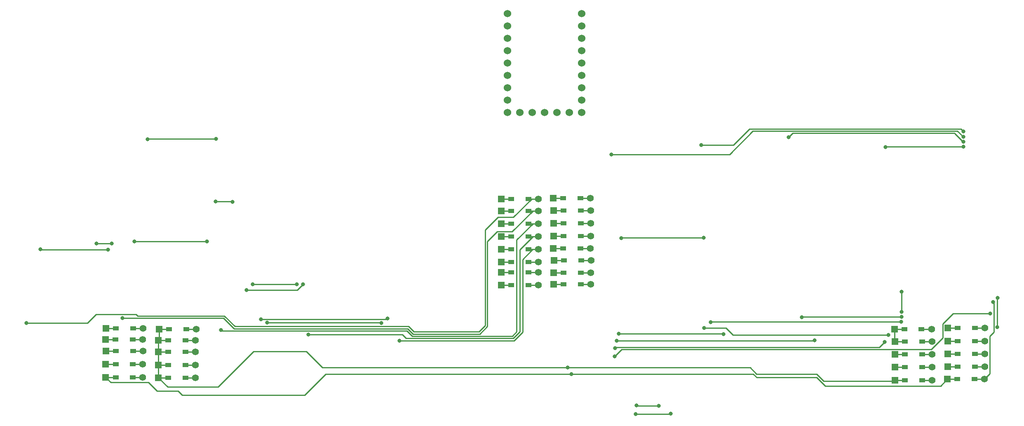
<source format=gtl>
G04 #@! TF.GenerationSoftware,KiCad,Pcbnew,7.0.1-0*
G04 #@! TF.CreationDate,2023-06-03T13:21:34+09:00*
G04 #@! TF.ProjectId,cool536lc,636f6f6c-3533-4366-9c63-2e6b69636164,rev?*
G04 #@! TF.SameCoordinates,Original*
G04 #@! TF.FileFunction,Copper,L1,Top*
G04 #@! TF.FilePolarity,Positive*
%FSLAX46Y46*%
G04 Gerber Fmt 4.6, Leading zero omitted, Abs format (unit mm)*
G04 Created by KiCad (PCBNEW 7.0.1-0) date 2023-06-03 13:21:34*
%MOMM*%
%LPD*%
G01*
G04 APERTURE LIST*
G04 #@! TA.AperFunction,ComponentPad*
%ADD10R,1.397000X1.397000*%
G04 #@! TD*
G04 #@! TA.AperFunction,SMDPad,CuDef*
%ADD11R,1.300000X0.950000*%
G04 #@! TD*
G04 #@! TA.AperFunction,ComponentPad*
%ADD12C,1.397000*%
G04 #@! TD*
G04 #@! TA.AperFunction,ComponentPad*
%ADD13C,1.524000*%
G04 #@! TD*
G04 #@! TA.AperFunction,ViaPad*
%ADD14C,0.800000*%
G04 #@! TD*
G04 #@! TA.AperFunction,Conductor*
%ADD15C,0.250000*%
G04 #@! TD*
G04 APERTURE END LIST*
D10*
X147140000Y-193590000D03*
D11*
X149175000Y-193590000D03*
X152725000Y-193590000D03*
D12*
X154760000Y-193590000D03*
D10*
X157851525Y-201206198D03*
D11*
X159886525Y-201206198D03*
X163436525Y-201206198D03*
D12*
X165471525Y-201206198D03*
D10*
X157851525Y-195906198D03*
D11*
X159886525Y-195906198D03*
X163436525Y-195906198D03*
D12*
X165471525Y-195906198D03*
D10*
X227836525Y-220296198D03*
D11*
X229871525Y-220296198D03*
X233421525Y-220296198D03*
D12*
X235456525Y-220296198D03*
D10*
X147140000Y-203940000D03*
D11*
X149175000Y-203940000D03*
X152725000Y-203940000D03*
D12*
X154760000Y-203940000D03*
D10*
X238736525Y-230576198D03*
D11*
X240771525Y-230576198D03*
X244321525Y-230576198D03*
D12*
X246356525Y-230576198D03*
D10*
X238796525Y-225406198D03*
D11*
X240831525Y-225406198D03*
X244381525Y-225406198D03*
D12*
X246416525Y-225406198D03*
D10*
X227936525Y-230796198D03*
D11*
X229971525Y-230796198D03*
X233521525Y-230796198D03*
D12*
X235556525Y-230796198D03*
D10*
X147140000Y-211273802D03*
D11*
X149175000Y-211273802D03*
X152725000Y-211273802D03*
D12*
X154760000Y-211273802D03*
D10*
X65896525Y-224836198D03*
D11*
X67931525Y-224836198D03*
X71481525Y-224836198D03*
D12*
X73516525Y-224836198D03*
D10*
X76696525Y-225016198D03*
D11*
X78731525Y-225016198D03*
X82281525Y-225016198D03*
D12*
X84316525Y-225016198D03*
X84306525Y-222576198D03*
D11*
X82271525Y-222576198D03*
X78721525Y-222576198D03*
D10*
X76686525Y-222576198D03*
X65836525Y-222456198D03*
D11*
X67871525Y-222456198D03*
X71421525Y-222456198D03*
D12*
X73456525Y-222456198D03*
D10*
X238796525Y-220106198D03*
D11*
X240831525Y-220106198D03*
X244381525Y-220106198D03*
D12*
X246416525Y-220106198D03*
D10*
X76696525Y-230316198D03*
D11*
X78731525Y-230316198D03*
X82281525Y-230316198D03*
D12*
X84316525Y-230316198D03*
D10*
X157736525Y-193436198D03*
D11*
X159771525Y-193436198D03*
X163321525Y-193436198D03*
D12*
X165356525Y-193436198D03*
D10*
X147140000Y-195990000D03*
D11*
X149175000Y-195990000D03*
X152725000Y-195990000D03*
D12*
X154760000Y-195990000D03*
D10*
X65866525Y-227566198D03*
D11*
X67901525Y-227566198D03*
X71451525Y-227566198D03*
D12*
X73486525Y-227566198D03*
D10*
X65866525Y-230216198D03*
D11*
X67901525Y-230216198D03*
X71451525Y-230216198D03*
D12*
X73486525Y-230216198D03*
D10*
X157905000Y-206150000D03*
D11*
X159940000Y-206150000D03*
X163490000Y-206150000D03*
D12*
X165525000Y-206150000D03*
D10*
X65876525Y-220176198D03*
D11*
X67911525Y-220176198D03*
X71461525Y-220176198D03*
D12*
X73496525Y-220176198D03*
D10*
X147140000Y-208620000D03*
D11*
X149175000Y-208620000D03*
X152725000Y-208620000D03*
D12*
X154760000Y-208620000D03*
D10*
X227936525Y-225496198D03*
D11*
X229971525Y-225496198D03*
X233521525Y-225496198D03*
D12*
X235556525Y-225496198D03*
D10*
X147140000Y-198640000D03*
D11*
X149175000Y-198640000D03*
X152725000Y-198640000D03*
D12*
X154760000Y-198640000D03*
D10*
X227936525Y-222846198D03*
D11*
X229971525Y-222846198D03*
X233521525Y-222846198D03*
D12*
X235556525Y-222846198D03*
D10*
X238796525Y-222756198D03*
D11*
X240831525Y-222756198D03*
X244381525Y-222756198D03*
D12*
X246416525Y-222756198D03*
D10*
X147140000Y-206550000D03*
D11*
X149175000Y-206550000D03*
X152725000Y-206550000D03*
D12*
X154760000Y-206550000D03*
D10*
X238796525Y-228056198D03*
D11*
X240831525Y-228056198D03*
X244381525Y-228056198D03*
D12*
X246416525Y-228056198D03*
D10*
X76696525Y-227666198D03*
D11*
X78731525Y-227666198D03*
X82281525Y-227666198D03*
D12*
X84316525Y-227666198D03*
D10*
X227936525Y-228146198D03*
D11*
X229971525Y-228146198D03*
X233521525Y-228146198D03*
D12*
X235556525Y-228146198D03*
D10*
X157885000Y-211100000D03*
D11*
X159920000Y-211100000D03*
X163470000Y-211100000D03*
D12*
X165505000Y-211100000D03*
D10*
X76826525Y-220326198D03*
D11*
X78861525Y-220326198D03*
X82411525Y-220326198D03*
D12*
X84446525Y-220326198D03*
D10*
X157776525Y-203746198D03*
D11*
X159811525Y-203746198D03*
X163361525Y-203746198D03*
D12*
X165396525Y-203746198D03*
D10*
X147140000Y-201290000D03*
D11*
X149175000Y-201290000D03*
X152725000Y-201290000D03*
D12*
X154760000Y-201290000D03*
D10*
X157888525Y-208736198D03*
D11*
X159923525Y-208736198D03*
X163473525Y-208736198D03*
D12*
X165508525Y-208736198D03*
D10*
X157851525Y-198556198D03*
D11*
X159886525Y-198556198D03*
X163436525Y-198556198D03*
D12*
X165471525Y-198556198D03*
D13*
X148346525Y-155516198D03*
X148346525Y-158056198D03*
X148346525Y-160596198D03*
X148346525Y-163136198D03*
X148346525Y-165676198D03*
X148346525Y-168216198D03*
X148346525Y-170756198D03*
X148346525Y-173296198D03*
X148346525Y-175836198D03*
X150886525Y-175836198D03*
X153426525Y-175836198D03*
X155966525Y-175836198D03*
X158506525Y-175836198D03*
X161046525Y-175836198D03*
X163586525Y-175836198D03*
X163586525Y-173296198D03*
X163586525Y-170756198D03*
X163586525Y-168216198D03*
X163586525Y-165676198D03*
X163586525Y-163136198D03*
X163586525Y-160596198D03*
X163586525Y-158056198D03*
X163586525Y-155516198D03*
D14*
X161530000Y-229590000D03*
X160740000Y-228240000D03*
X122470000Y-219050500D03*
X99050000Y-219000000D03*
X123710000Y-218100000D03*
X97750000Y-218270000D03*
X96020000Y-211130000D03*
X105110000Y-211070000D03*
X94790000Y-212290000D03*
X106340000Y-211140000D03*
X91910000Y-194140000D03*
X88410000Y-194080000D03*
X74450000Y-181270000D03*
X88490000Y-181190000D03*
X86670000Y-202320000D03*
X71790000Y-202320000D03*
X52480000Y-203900000D03*
X66294153Y-203970000D03*
X67060000Y-202720000D03*
X63940000Y-202720000D03*
X49560000Y-219030000D03*
X69320000Y-218020000D03*
X89530000Y-220520000D03*
X107520000Y-221400000D03*
X126160000Y-222660000D03*
X188750000Y-220050000D03*
X171750000Y-201650000D03*
X188670000Y-201560000D03*
X226610000Y-221530000D03*
X190090000Y-218920000D03*
X229270000Y-218840000D03*
X208820000Y-217840000D03*
X229311490Y-217809271D03*
X229290000Y-212660000D03*
X229290000Y-216810000D03*
X249050000Y-213870000D03*
X248980000Y-219910000D03*
X248150000Y-214700000D03*
X226050000Y-182930000D03*
X242030782Y-182808355D03*
X206120000Y-180870000D03*
X242003238Y-181809232D03*
X188150000Y-182450000D03*
X242010000Y-179690000D03*
X241980000Y-180810000D03*
X169730000Y-184410000D03*
X192750000Y-221310000D03*
X171224500Y-221300000D03*
X211470000Y-222610000D03*
X170790000Y-222690000D03*
X225830000Y-222950000D03*
X170440000Y-224230000D03*
X247530000Y-217080000D03*
X170420000Y-225880000D03*
X174860000Y-236010000D03*
X179440000Y-236110000D03*
X181910000Y-237670000D03*
X174700000Y-237740000D03*
D15*
X78731525Y-225016198D02*
X76696525Y-225016198D01*
X76696525Y-227666198D02*
X76696525Y-225016198D01*
X76686525Y-222576198D02*
X76686525Y-225006198D01*
X76686525Y-225006198D02*
X76696525Y-225016198D01*
X159940000Y-206150000D02*
X157905000Y-206150000D01*
X227836525Y-220296198D02*
X227836525Y-222746198D01*
X227836525Y-222746198D02*
X227936525Y-222846198D01*
X76826525Y-220326198D02*
X76826525Y-222436198D01*
X76826525Y-222436198D02*
X76686525Y-222576198D01*
X78721525Y-222576198D02*
X76686525Y-222576198D01*
X211893604Y-230230000D02*
X213643604Y-231980000D01*
X161530000Y-229590000D02*
X161593468Y-229526532D01*
X199573604Y-230230000D02*
X211893604Y-230230000D01*
X161593468Y-229526532D02*
X198870136Y-229526532D01*
X237332723Y-231980000D02*
X238736525Y-230576198D01*
X198870136Y-229526532D02*
X199573604Y-230230000D01*
X213643604Y-231980000D02*
X237332723Y-231980000D01*
X76430000Y-233020000D02*
X74650000Y-231240000D01*
X106721740Y-233908260D02*
X81610000Y-233908260D01*
X76430000Y-233020000D02*
X80721740Y-233020000D01*
X80721740Y-233020000D02*
X81610000Y-233908260D01*
X111040000Y-229590000D02*
X106721740Y-233908260D01*
X74650000Y-231240000D02*
X66890327Y-231240000D01*
X66890327Y-231240000D02*
X65866525Y-230216198D01*
X161530000Y-229590000D02*
X111040000Y-229590000D01*
X160740000Y-228240000D02*
X110330000Y-228240000D01*
X110330000Y-228240000D02*
X107021198Y-224931198D01*
X107021198Y-224931198D02*
X96188802Y-224931198D01*
X96188802Y-224931198D02*
X88930000Y-232190000D01*
X88930000Y-232190000D02*
X78570327Y-232190000D01*
X78570327Y-232190000D02*
X76696525Y-230316198D01*
X160740000Y-228240000D02*
X198220000Y-228240000D01*
X199528179Y-229548179D02*
X211848179Y-229548179D01*
X211848179Y-229548179D02*
X213283210Y-230983210D01*
X213283210Y-230983210D02*
X227749513Y-230983210D01*
X198220000Y-228240000D02*
X199528179Y-229548179D01*
X227749513Y-230983210D02*
X227936525Y-230796198D01*
X112760000Y-219000000D02*
X122419500Y-219000000D01*
X122419500Y-219000000D02*
X122470000Y-219050500D01*
X99050000Y-219000000D02*
X112760000Y-219000000D01*
X123540000Y-218270000D02*
X123710000Y-218100000D01*
X97750000Y-218270000D02*
X123540000Y-218270000D01*
X96020000Y-211130000D02*
X105050000Y-211130000D01*
X105050000Y-211130000D02*
X105110000Y-211070000D01*
X94790000Y-212290000D02*
X105190000Y-212290000D01*
X105190000Y-212290000D02*
X106340000Y-211140000D01*
X91850000Y-194080000D02*
X91910000Y-194140000D01*
X88410000Y-194080000D02*
X91850000Y-194080000D01*
X76696525Y-227666198D02*
X76696525Y-230316198D01*
X74530000Y-181190000D02*
X74450000Y-181270000D01*
X88490000Y-181190000D02*
X74530000Y-181190000D01*
X71790000Y-202320000D02*
X86670000Y-202320000D01*
X66294153Y-203970000D02*
X52550000Y-203970000D01*
X52550000Y-203970000D02*
X52480000Y-203900000D01*
X63940000Y-202720000D02*
X67060000Y-202720000D01*
X69360000Y-218060000D02*
X90065000Y-218060000D01*
X128976396Y-221310000D02*
X142716396Y-221310000D01*
X144270000Y-219756396D02*
X144270000Y-202280000D01*
X90065000Y-218060000D02*
X92230000Y-220225000D01*
X153600000Y-195990000D02*
X154760000Y-195990000D01*
X142716396Y-221310000D02*
X144270000Y-219756396D01*
X146283500Y-200266500D02*
X149323500Y-200266500D01*
X127891396Y-220225000D02*
X128976396Y-221310000D01*
X149323500Y-200266500D02*
X153600000Y-195990000D01*
X69320000Y-218020000D02*
X69360000Y-218060000D01*
X144270000Y-202280000D02*
X146283500Y-200266500D01*
X92230000Y-220225000D02*
X127891396Y-220225000D01*
X90251396Y-217610000D02*
X72390000Y-217610000D01*
X92830000Y-219775000D02*
X92416396Y-219775000D01*
X128077792Y-219775000D02*
X108820000Y-219775000D01*
X62130000Y-219080000D02*
X49610000Y-219080000D01*
X129162792Y-220860000D02*
X128077792Y-219775000D01*
X143820000Y-219570000D02*
X142530000Y-220860000D01*
X146393000Y-197340000D02*
X143820000Y-199913000D01*
X108820000Y-219775000D02*
X92830000Y-219775000D01*
X149600000Y-197340000D02*
X146393000Y-197340000D01*
X49610000Y-219080000D02*
X49560000Y-219030000D01*
X142530000Y-220860000D02*
X130450000Y-220860000D01*
X143820000Y-199913000D02*
X143820000Y-218130000D01*
X154760000Y-193590000D02*
X153350000Y-193590000D01*
X63915000Y-217295000D02*
X62130000Y-219080000D01*
X130450000Y-220860000D02*
X129162792Y-220860000D01*
X153350000Y-193590000D02*
X149600000Y-197340000D01*
X143820000Y-218130000D02*
X143820000Y-219570000D01*
X72075000Y-217295000D02*
X65425000Y-217295000D01*
X72390000Y-217610000D02*
X72075000Y-217295000D01*
X92416396Y-219775000D02*
X90251396Y-217610000D01*
X65425000Y-217295000D02*
X63915000Y-217295000D01*
X154760000Y-198640000D02*
X153600000Y-198640000D01*
X150250000Y-220867208D02*
X149357208Y-221760000D01*
X153600000Y-198640000D02*
X150250000Y-201990000D01*
X150250000Y-201990000D02*
X150250000Y-220867208D01*
X149357208Y-221760000D02*
X128790000Y-221760000D01*
X128790000Y-221760000D02*
X127705000Y-220675000D01*
X127705000Y-220675000D02*
X89685000Y-220675000D01*
X89685000Y-220675000D02*
X89530000Y-220520000D01*
X107520000Y-221400000D02*
X126780000Y-221400000D01*
X126780000Y-221400000D02*
X127590000Y-222210000D01*
X127590000Y-222210000D02*
X149543604Y-222210000D01*
X149543604Y-222210000D02*
X150900000Y-220853604D01*
X150900000Y-220853604D02*
X150900000Y-203990000D01*
X150900000Y-203990000D02*
X153600000Y-201290000D01*
X153600000Y-201290000D02*
X154760000Y-201290000D01*
X153560000Y-203940000D02*
X151480000Y-206020000D01*
X149730000Y-222660000D02*
X126160000Y-222660000D01*
X151480000Y-220910000D02*
X149730000Y-222660000D01*
X151480000Y-206020000D02*
X151480000Y-220910000D01*
X154760000Y-203940000D02*
X153560000Y-203940000D01*
X171840000Y-201560000D02*
X171750000Y-201650000D01*
X193220000Y-220070000D02*
X188770000Y-220070000D01*
X188770000Y-220070000D02*
X188750000Y-220050000D01*
X194680000Y-221530000D02*
X193220000Y-220070000D01*
X188670000Y-201560000D02*
X171840000Y-201560000D01*
X226610000Y-221530000D02*
X194680000Y-221530000D01*
X190170000Y-218840000D02*
X190090000Y-218920000D01*
X229270000Y-218840000D02*
X190170000Y-218840000D01*
X208850729Y-217809271D02*
X208820000Y-217840000D01*
X229311490Y-217809271D02*
X208850729Y-217809271D01*
X229290000Y-216810000D02*
X229290000Y-212660000D01*
X248980000Y-213940000D02*
X249050000Y-213870000D01*
X248980000Y-219910000D02*
X248980000Y-213940000D01*
X67911525Y-220176198D02*
X65876525Y-220176198D01*
X73496525Y-220176198D02*
X71461525Y-220176198D01*
X71421525Y-222456198D02*
X73456525Y-222456198D01*
X65836525Y-222456198D02*
X67871525Y-222456198D01*
X67931525Y-224836198D02*
X65896525Y-224836198D01*
X73516525Y-224836198D02*
X71481525Y-224836198D01*
X71451525Y-227566198D02*
X73486525Y-227566198D01*
X65866525Y-227566198D02*
X67901525Y-227566198D01*
X67901525Y-230216198D02*
X65866525Y-230216198D01*
X73486525Y-230216198D02*
X71451525Y-230216198D01*
X78731525Y-230316198D02*
X76696525Y-230316198D01*
X84316525Y-230316198D02*
X82281525Y-230316198D01*
X82281525Y-227666198D02*
X84316525Y-227666198D01*
X76696525Y-227666198D02*
X78731525Y-227666198D01*
X84316525Y-225016198D02*
X82281525Y-225016198D01*
X82271525Y-222576198D02*
X84306525Y-222576198D01*
X78861525Y-220326198D02*
X76826525Y-220326198D01*
X84446525Y-220326198D02*
X82411525Y-220326198D01*
X159771525Y-193436198D02*
X157736525Y-193436198D01*
X165356525Y-193436198D02*
X163321525Y-193436198D01*
X163436525Y-195906198D02*
X165471525Y-195906198D01*
X157851525Y-195906198D02*
X159886525Y-195906198D01*
X159886525Y-198556198D02*
X157851525Y-198556198D01*
X165471525Y-198556198D02*
X163436525Y-198556198D01*
X163436525Y-201206198D02*
X165471525Y-201206198D01*
X157851525Y-201206198D02*
X159886525Y-201206198D01*
X159811525Y-203746198D02*
X157776525Y-203746198D01*
X165396525Y-203746198D02*
X163361525Y-203746198D01*
X163490000Y-206150000D02*
X165525000Y-206150000D01*
X159923525Y-208736198D02*
X157888525Y-208736198D01*
X165508525Y-208736198D02*
X163473525Y-208736198D01*
X163470000Y-211100000D02*
X165505000Y-211100000D01*
X157885000Y-211100000D02*
X159920000Y-211100000D01*
X149175000Y-211273802D02*
X147140000Y-211273802D01*
X154760000Y-211273802D02*
X152725000Y-211273802D01*
X152725000Y-208620000D02*
X154760000Y-208620000D01*
X147140000Y-208620000D02*
X149175000Y-208620000D01*
X149175000Y-206550000D02*
X147140000Y-206550000D01*
X154760000Y-206550000D02*
X152725000Y-206550000D01*
X152725000Y-203940000D02*
X154760000Y-203940000D01*
X147140000Y-203940000D02*
X149175000Y-203940000D01*
X149175000Y-201290000D02*
X147140000Y-201290000D01*
X154760000Y-201290000D02*
X152725000Y-201290000D01*
X152725000Y-198640000D02*
X154760000Y-198640000D01*
X147140000Y-198640000D02*
X149175000Y-198640000D01*
X149175000Y-195990000D02*
X147140000Y-195990000D01*
X154760000Y-195990000D02*
X152725000Y-195990000D01*
X152725000Y-193590000D02*
X154760000Y-193590000D01*
X147140000Y-193590000D02*
X149175000Y-193590000D01*
X229971525Y-230796198D02*
X227936525Y-230796198D01*
X235556525Y-230796198D02*
X233521525Y-230796198D01*
X233521525Y-228146198D02*
X235556525Y-228146198D01*
X227936525Y-228146198D02*
X229971525Y-228146198D01*
X229971525Y-225496198D02*
X227936525Y-225496198D01*
X235556525Y-225496198D02*
X233521525Y-225496198D01*
X233521525Y-222846198D02*
X235556525Y-222846198D01*
X227936525Y-222846198D02*
X229971525Y-222846198D01*
X229871525Y-220296198D02*
X227836525Y-220296198D01*
X235456525Y-220296198D02*
X233421525Y-220296198D01*
X240831525Y-220106198D02*
X238796525Y-220106198D01*
X246416525Y-220106198D02*
X244381525Y-220106198D01*
X244381525Y-222756198D02*
X246416525Y-222756198D01*
X238796525Y-222756198D02*
X240831525Y-222756198D01*
X240831525Y-225406198D02*
X238796525Y-225406198D01*
X246416525Y-225406198D02*
X244381525Y-225406198D01*
X244381525Y-228056198D02*
X246416525Y-228056198D01*
X238796525Y-228056198D02*
X240831525Y-228056198D01*
X240771525Y-230576198D02*
X238736525Y-230576198D01*
X246356525Y-230576198D02*
X244321525Y-230576198D01*
X248150000Y-214700000D02*
X248255000Y-214805000D01*
X247440025Y-222332250D02*
X247440025Y-229492698D01*
X247440025Y-229492698D02*
X246356525Y-230576198D01*
X248255000Y-214805000D02*
X248255000Y-220941327D01*
X248255000Y-220941327D02*
X247424724Y-221771603D01*
X247424724Y-222316949D02*
X247440025Y-222332250D01*
X247424724Y-221771603D02*
X247424724Y-222316949D01*
X226171645Y-182808355D02*
X226050000Y-182930000D01*
X242030782Y-182808355D02*
X226171645Y-182808355D01*
X206930000Y-180060000D02*
X206120000Y-180870000D01*
X241953927Y-181809232D02*
X240220000Y-180075305D01*
X240204695Y-180060000D02*
X206930000Y-180060000D01*
X240220000Y-180075305D02*
X240204695Y-180060000D01*
X242003238Y-181809232D02*
X241953927Y-181809232D01*
X241980000Y-180810000D02*
X240780000Y-179610000D01*
X240780000Y-179610000D02*
X198790000Y-179610000D01*
X193990000Y-184410000D02*
X169730000Y-184410000D01*
X198790000Y-179610000D02*
X193990000Y-184410000D01*
X241480000Y-179160000D02*
X198060000Y-179160000D01*
X242010000Y-179690000D02*
X241480000Y-179160000D01*
X198060000Y-179160000D02*
X194770000Y-182450000D01*
X194770000Y-182450000D02*
X188150000Y-182450000D01*
X192740000Y-221300000D02*
X192750000Y-221310000D01*
X171224500Y-221300000D02*
X192740000Y-221300000D01*
X211390000Y-222690000D02*
X211470000Y-222610000D01*
X170790000Y-222690000D02*
X211390000Y-222690000D01*
X170440000Y-224230000D02*
X170650000Y-224020000D01*
X170650000Y-224020000D02*
X224760000Y-224020000D01*
X224760000Y-224020000D02*
X225830000Y-222950000D01*
X235377473Y-224472698D02*
X237770000Y-222080171D01*
X237770000Y-219210000D02*
X239900000Y-217080000D01*
X171827302Y-224472698D02*
X235377473Y-224472698D01*
X237770000Y-222080171D02*
X237770000Y-219210000D01*
X170420000Y-225880000D02*
X171827302Y-224472698D01*
X239900000Y-217080000D02*
X247530000Y-217080000D01*
X174960000Y-236110000D02*
X174860000Y-236010000D01*
X179440000Y-236110000D02*
X174960000Y-236110000D01*
X181840000Y-237740000D02*
X181910000Y-237670000D01*
X174700000Y-237740000D02*
X181840000Y-237740000D01*
M02*

</source>
